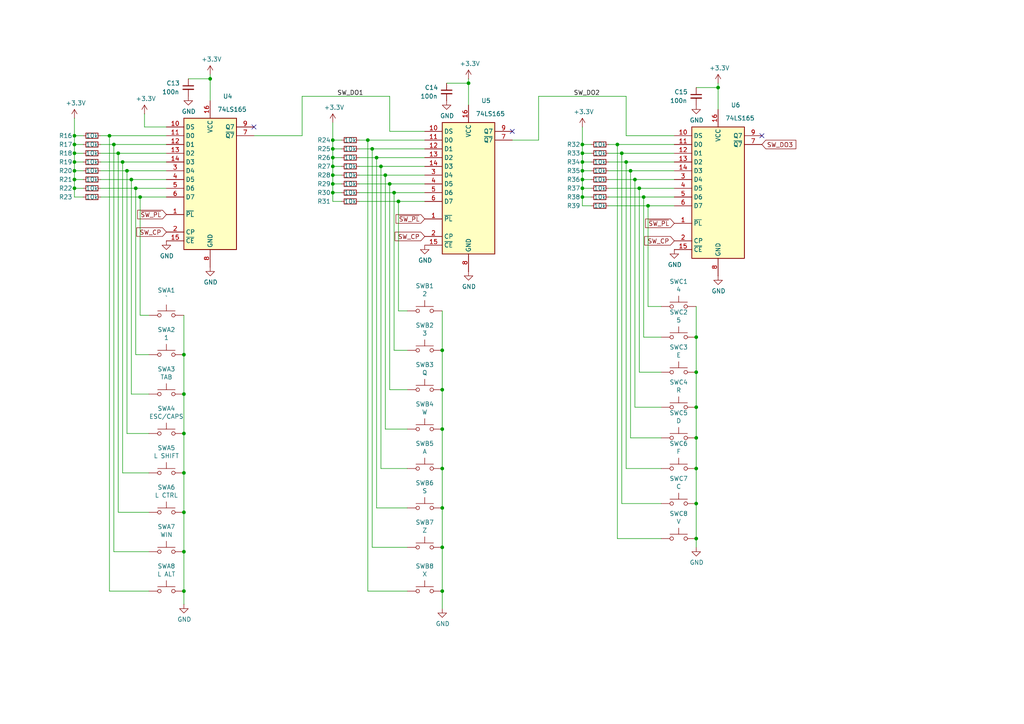
<source format=kicad_sch>
(kicad_sch (version 20250114) (generator "eeschema") (generator_version "9.0")
  (paper "A4")
  (title_block (title "67 Keyboard with Trackpoint") (date "2020-06-22") (rev "A") (company "DNBDMR"))
  (lib_symbols
    (symbol "74xx:74LS165"
      (property "Reference" "U" (at -7.62 19.05 0))
      (property "Value" "74LS165" (at -7.62 -21.59 0))
      (symbol "74LS165_1_0"
        (pin input line (at -12.7 15.24 0) (length 5.08) (name "DS") (number "10"))
        (pin input line (at -12.7 12.7 0) (length 5.08) (name "D0") (number "11"))
        (pin input line (at -12.7 10.16 0) (length 5.08) (name "D1") (number "12"))
        (pin input line (at -12.7 7.62 0) (length 5.08) (name "D2") (number "13"))
        (pin input line (at -12.7 5.08 0) (length 5.08) (name "D3") (number "14"))
        (pin input line (at -12.7 2.54 0) (length 5.08) (name "D4") (number "3"))
        (pin input line (at -12.7 0 0) (length 5.08) (name "D5") (number "4"))
        (pin input line (at -12.7 -2.54 0) (length 5.08) (name "D6") (number "5"))
        (pin input line (at -12.7 -5.08 0) (length 5.08) (name "D7") (number "6"))
        (pin input line (at -12.7 -10.16 0) (length 5.08) (name "~{PL}") (number "1"))
        (pin input line (at -12.7 -15.24 0) (length 5.08) (name "CP") (number "2"))
        (pin input line (at -12.7 -17.78 0) (length 5.08) (name "~{CE}") (number "15"))
        (pin power_in line (at 0 22.86 270) (length 5.08) (name "VCC") (number "16"))
        (pin power_in line (at 0 -25.4 90) (length 5.08) (name "GND") (number "8"))
        (pin output line (at 12.7 15.24 180) (length 5.08) (name "Q7") (number "9"))
        (pin output line (at 12.7 12.7 180) (length 5.08) (name "~{Q7}") (number "7"))
      )
      (symbol "74LS165_1_1"
        (rectangle (start -7.62 17.78) (end 7.62 -20.32) (stroke (width 0.254)) (fill (type background)))
      )
    )
    (symbol "Device:C_Small" (pin_numbers (hide yes)) (pin_names (offset 0.254) (hide yes))
      (property "Reference" "C" (at 0.254 1.778 0))
      (property "Value" "C_Small" (at 0.254 -2.032 0))
      (symbol "C_Small_0_1"
        (polyline (pts (xy -1.524 0.508) (xy 1.524 0.508)) (stroke (width 0.3048)))
        (polyline (pts (xy -1.524 -0.508) (xy 1.524 -0.508)) (stroke (width 0.3302)))
      )
      (symbol "C_Small_1_1"
        (pin passive line (at 0 2.54 270) (length 2.032) (name "~") (number "1"))
        (pin passive line (at 0 -2.54 90) (length 2.032) (name "~") (number "2"))
      )
    )
    (symbol "Device:R_Small" (pin_numbers (hide yes)) (pin_names (offset 0.254) (hide yes))
      (property "Reference" "R" (at 0 0 90))
      (property "Value" "R_Small" (at 1.778 0 90))
      (symbol "R_Small_0_1"
        (rectangle (start -0.762 1.778) (end 0.762 -1.778) (stroke (width 0.2032)))
      )
      (symbol "R_Small_1_1"
        (pin passive line (at 0 2.54 270) (length 0.762) (name "~") (number "1"))
        (pin passive line (at 0 -2.54 90) (length 0.762) (name "~") (number "2"))
      )
    )
    (symbol "Switch:SW_Push" (pin_numbers (hide yes)) (pin_names (offset 1.016) (hide yes))
      (property "Reference" "SW" (at 1.27 2.54 0))
      (property "Value" "SW_Push" (at 0 -1.524 0))
      (symbol "SW_Push_0_1"
        (circle (center -2.032 0) (radius 0.508))
        (polyline (pts (xy 0 1.27) (xy 0 3.048)))
        (circle (center 2.032 0) (radius 0.508))
        (polyline (pts (xy 2.54 1.27) (xy -2.54 1.27)))
        (pin passive line (at -5.08 0 0) (length 2.54) (name "1") (number "1"))
        (pin passive line (at 5.08 0 180) (length 2.54) (name "2") (number "2"))
      )
    )
    (symbol "power:+3.3V" (power) (pin_numbers (hide yes)) (pin_names (offset 0) (hide yes))
      (property "Value" "+3.3V" (at 0 3.556 0))
      (symbol "+3.3V_0_1"
        (polyline (pts (xy -0.762 1.27) (xy 0 2.54)))
        (polyline (pts (xy 0 2.54) (xy 0.762 1.27)))
        (polyline (pts (xy 0 0) (xy 0 2.54)))
      )
      (symbol "+3.3V_1_1"
        (pin power_in line (at 0 0 90) (length 0) (name "~") (number "1"))
      )
    )
    (symbol "power:GND" (power) (pin_numbers (hide yes)) (pin_names (offset 0) (hide yes))
      (property "Value" "GND" (at 0 -3.81 0))
      (symbol "GND_0_1"
        (polyline (pts (xy 0 0) (xy 0 -1.27) (xy 1.27 -1.27) (xy 0 -2.54) (xy -1.27 -1.27) (xy 0 -1.27)))
      )
      (symbol "GND_1_1"
        (pin power_in line (at 0 0 270) (length 0) (name "~") (number "1"))
      )
    )
  )
  (junction (at 33.02 41.91))
  (junction (at 96.52 53.34))
  (junction (at 128.27 124.46))
  (junction (at 53.34 171.45))
  (junction (at 128.27 135.89))
  (junction (at 96.52 50.8))
  (junction (at 201.93 107.95))
  (junction (at 21.59 41.91))
  (junction (at 35.56 46.99))
  (junction (at 201.93 146.05))
  (junction (at 113.03 53.34))
  (junction (at 21.59 46.99))
  (junction (at 182.88 49.53))
  (junction (at 36.83 49.53))
  (junction (at 111.76 50.8))
  (junction (at 168.91 52.07))
  (junction (at 201.93 97.79))
  (junction (at 181.61 46.99))
  (junction (at 128.27 113.03))
  (junction (at 53.34 114.3))
  (junction (at 168.91 41.91))
  (junction (at 60.96 22.86))
  (junction (at 115.57 58.42))
  (junction (at 21.59 54.61))
  (junction (at 39.37 54.61))
  (junction (at 168.91 46.99))
  (junction (at 201.93 118.11))
  (junction (at 109.22 45.72))
  (junction (at 168.91 44.45))
  (junction (at 21.59 52.07))
  (junction (at 184.15 52.07))
  (junction (at 168.91 57.15))
  (junction (at 21.59 39.37))
  (junction (at 53.34 148.59))
  (junction (at 110.49 48.26))
  (junction (at 186.69 57.15))
  (junction (at 106.68 40.64))
  (junction (at 128.27 171.45))
  (junction (at 135.89 24.13))
  (junction (at 53.34 137.16))
  (junction (at 96.52 45.72))
  (junction (at 179.07 41.91))
  (junction (at 21.59 49.53))
  (junction (at 34.29 44.45))
  (junction (at 128.27 101.6))
  (junction (at 96.52 48.26))
  (junction (at 38.1 52.07))
  (junction (at 185.42 54.61))
  (junction (at 128.27 158.75))
  (junction (at 168.91 54.61))
  (junction (at 31.75 39.37))
  (junction (at 96.52 43.18))
  (junction (at 96.52 55.88))
  (junction (at 107.95 43.18))
  (junction (at 201.93 156.21))
  (junction (at 208.28 25.4))
  (junction (at 53.34 160.02))
  (junction (at 180.34 44.45))
  (junction (at 53.34 102.87))
  (junction (at 187.96 59.69))
  (junction (at 53.34 125.73))
  (junction (at 201.93 127))
  (junction (at 168.91 49.53))
  (junction (at 21.59 44.45))
  (junction (at 114.3 55.88))
  (junction (at 40.64 57.15))
  (junction (at 201.93 135.89))
  (junction (at 96.52 40.64))
  (junction (at 128.27 147.32))
  (no_connect (at 220.98 39.37))
  (no_connect (at 148.59 38.1))
  (no_connect (at 73.66 36.83))
  (wire (pts (xy 60.96 21.59) (xy 60.96 22.86)))
  (wire (pts (xy 168.91 36.83) (xy 168.91 41.91)))
  (wire (pts (xy 128.27 171.45) (xy 128.27 158.75)))
  (wire (pts (xy 156.21 27.94) (xy 181.61 27.94)))
  (wire (pts (xy 176.53 46.99) (xy 181.61 46.99)))
  (wire (pts (xy 182.88 127) (xy 182.88 49.53)))
  (wire (pts (xy 53.34 102.87) (xy 53.34 91.44)))
  (wire (pts (xy 191.77 118.11) (xy 184.15 118.11)))
  (wire (pts (xy 201.93 25.4) (xy 208.28 25.4)))
  (wire (pts (xy 99.06 48.26) (xy 96.52 48.26)))
  (wire (pts (xy 24.13 54.61) (xy 21.59 54.61)))
  (wire (pts (xy 104.14 48.26) (xy 110.49 48.26)))
  (wire (pts (xy 176.53 59.69) (xy 187.96 59.69)))
  (wire (pts (xy 115.57 58.42) (xy 123.19 58.42)))
  (wire (pts (xy 128.27 113.03) (xy 128.27 101.6)))
  (wire (pts (xy 24.13 39.37) (xy 21.59 39.37)))
  (wire (pts (xy 39.37 54.61) (xy 48.26 54.61)))
  (wire (pts (xy 191.77 135.89) (xy 181.61 135.89)))
  (wire (pts (xy 33.02 41.91) (xy 48.26 41.91)))
  (wire (pts (xy 181.61 135.89) (xy 181.61 46.99)))
  (wire (pts (xy 191.77 97.79) (xy 186.69 97.79)))
  (wire (pts (xy 43.18 102.87) (xy 39.37 102.87)))
  (wire (pts (xy 24.13 52.07) (xy 21.59 52.07)))
  (wire (pts (xy 171.45 49.53) (xy 168.91 49.53)))
  (wire (pts (xy 24.13 44.45) (xy 21.59 44.45)))
  (wire (pts (xy 113.03 38.1) (xy 123.19 38.1)))
  (wire (pts (xy 181.61 39.37) (xy 195.58 39.37)))
  (wire (pts (xy 186.69 57.15) (xy 195.58 57.15)))
  (wire (pts (xy 24.13 41.91) (xy 21.59 41.91)))
  (wire (pts (xy 176.53 44.45) (xy 180.34 44.45)))
  (wire (pts (xy 201.93 97.79) (xy 201.93 88.9)))
  (wire (pts (xy 118.11 124.46) (xy 111.76 124.46)))
  (wire (pts (xy 171.45 41.91) (xy 168.91 41.91)))
  (wire (pts (xy 99.06 53.34) (xy 96.52 53.34)))
  (wire (pts (xy 96.52 35.56) (xy 96.52 40.64)))
  (wire (pts (xy 128.27 135.89) (xy 128.27 124.46)))
  (wire (pts (xy 43.18 160.02) (xy 33.02 160.02)))
  (wire (pts (xy 87.63 39.37) (xy 87.63 27.94)))
  (wire (pts (xy 171.45 46.99) (xy 168.91 46.99)))
  (wire (pts (xy 185.42 54.61) (xy 195.58 54.61)))
  (wire (pts (xy 104.14 43.18) (xy 107.95 43.18)))
  (wire (pts (xy 29.21 57.15) (xy 40.64 57.15)))
  (wire (pts (xy 111.76 124.46) (xy 111.76 50.8)))
  (wire (pts (xy 38.1 114.3) (xy 38.1 52.07)))
  (wire (pts (xy 208.28 25.4) (xy 208.28 31.75)))
  (wire (pts (xy 201.93 118.11) (xy 201.93 107.95)))
  (wire (pts (xy 104.14 53.34) (xy 113.03 53.34)))
  (wire (pts (xy 191.77 156.21) (xy 179.07 156.21)))
  (wire (pts (xy 201.93 158.75) (xy 201.93 156.21)))
  (wire (pts (xy 118.11 101.6) (xy 114.3 101.6)))
  (wire (pts (xy 128.27 176.53) (xy 128.27 171.45)))
  (wire (pts (xy 29.21 49.53) (xy 36.83 49.53)))
  (wire (pts (xy 118.11 158.75) (xy 107.95 158.75)))
  (wire (pts (xy 104.14 40.64) (xy 106.68 40.64)))
  (wire (pts (xy 118.11 113.03) (xy 113.03 113.03)))
  (wire (pts (xy 38.1 52.07) (xy 48.26 52.07)))
  (wire (pts (xy 176.53 49.53) (xy 182.88 49.53)))
  (wire (pts (xy 128.27 101.6) (xy 128.27 90.17)))
  (wire (pts (xy 43.18 148.59) (xy 34.29 148.59)))
  (wire (pts (xy 34.29 44.45) (xy 48.26 44.45)))
  (wire (pts (xy 53.34 125.73) (xy 53.34 114.3)))
  (wire (pts (xy 96.52 50.8) (xy 96.52 53.34)))
  (wire (pts (xy 111.76 50.8) (xy 123.19 50.8)))
  (wire (pts (xy 168.91 52.07) (xy 168.91 54.61)))
  (wire (pts (xy 21.59 57.15) (xy 24.13 57.15)))
  (wire (pts (xy 31.75 171.45) (xy 31.75 39.37)))
  (wire (pts (xy 96.52 45.72) (xy 96.52 48.26)))
  (wire (pts (xy 29.21 41.91) (xy 33.02 41.91)))
  (wire (pts (xy 96.52 55.88) (xy 96.52 58.42)))
  (wire (pts (xy 201.93 127) (xy 201.93 118.11)))
  (wire (pts (xy 43.18 91.44) (xy 40.64 91.44)))
  (wire (pts (xy 168.91 46.99) (xy 168.91 49.53)))
  (wire (pts (xy 118.11 171.45) (xy 106.68 171.45)))
  (wire (pts (xy 43.18 137.16) (xy 35.56 137.16)))
  (wire (pts (xy 201.93 107.95) (xy 201.93 97.79)))
  (wire (pts (xy 114.3 101.6) (xy 114.3 55.88)))
  (wire (pts (xy 187.96 88.9) (xy 187.96 59.69)))
  (wire (pts (xy 31.75 39.37) (xy 48.26 39.37)))
  (wire (pts (xy 96.52 53.34) (xy 96.52 55.88)))
  (wire (pts (xy 99.06 50.8) (xy 96.52 50.8)))
  (wire (pts (xy 106.68 171.45) (xy 106.68 40.64)))
  (wire (pts (xy 171.45 52.07) (xy 168.91 52.07)))
  (wire (pts (xy 184.15 52.07) (xy 195.58 52.07)))
  (wire (pts (xy 156.21 27.94) (xy 156.21 40.64)))
  (wire (pts (xy 179.07 41.91) (xy 195.58 41.91)))
  (wire (pts (xy 113.03 53.34) (xy 123.19 53.34)))
  (wire (pts (xy 191.77 88.9) (xy 187.96 88.9)))
  (wire (pts (xy 104.14 58.42) (xy 115.57 58.42)))
  (wire (pts (xy 156.21 40.64) (xy 148.59 40.64)))
  (wire (pts (xy 168.91 57.15) (xy 168.91 59.69)))
  (wire (pts (xy 201.93 146.05) (xy 201.93 135.89)))
  (wire (pts (xy 128.27 147.32) (xy 128.27 135.89)))
  (wire (pts (xy 171.45 54.61) (xy 168.91 54.61)))
  (wire (pts (xy 187.96 59.69) (xy 195.58 59.69)))
  (wire (pts (xy 40.64 57.15) (xy 48.26 57.15)))
  (wire (pts (xy 191.77 146.05) (xy 180.34 146.05)))
  (wire (pts (xy 109.22 147.32) (xy 109.22 45.72)))
  (wire (pts (xy 21.59 34.29) (xy 21.59 39.37)))
  (wire (pts (xy 114.3 55.88) (xy 123.19 55.88)))
  (wire (pts (xy 104.14 45.72) (xy 109.22 45.72)))
  (wire (pts (xy 41.91 36.83) (xy 41.91 33.02)))
  (wire (pts (xy 53.34 171.45) (xy 53.34 160.02)))
  (wire (pts (xy 107.95 158.75) (xy 107.95 43.18)))
  (wire (pts (xy 168.91 59.69) (xy 171.45 59.69)))
  (wire (pts (xy 110.49 135.89) (xy 110.49 48.26)))
  (wire (pts (xy 180.34 44.45) (xy 195.58 44.45)))
  (wire (pts (xy 107.95 43.18) (xy 123.19 43.18)))
  (wire (pts (xy 110.49 48.26) (xy 123.19 48.26)))
  (wire (pts (xy 109.22 45.72) (xy 123.19 45.72)))
  (wire (pts (xy 29.21 46.99) (xy 35.56 46.99)))
  (wire (pts (xy 36.83 125.73) (xy 36.83 49.53)))
  (wire (pts (xy 73.66 39.37) (xy 87.63 39.37)))
  (wire (pts (xy 96.52 43.18) (xy 96.52 45.72)))
  (wire (pts (xy 180.34 146.05) (xy 180.34 44.45)))
  (wire (pts (xy 96.52 58.42) (xy 99.06 58.42)))
  (wire (pts (xy 40.64 91.44) (xy 40.64 57.15)))
  (wire (pts (xy 118.11 90.17) (xy 115.57 90.17)))
  (wire (pts (xy 21.59 49.53) (xy 21.59 52.07)))
  (wire (pts (xy 60.96 22.86) (xy 60.96 29.21)))
  (wire (pts (xy 99.06 55.88) (xy 96.52 55.88)))
  (wire (pts (xy 54.61 22.86) (xy 60.96 22.86)))
  (wire (pts (xy 21.59 52.07) (xy 21.59 54.61)))
  (wire (pts (xy 168.91 49.53) (xy 168.91 52.07)))
  (wire (pts (xy 24.13 49.53) (xy 21.59 49.53)))
  (wire (pts (xy 201.93 135.89) (xy 201.93 127)))
  (wire (pts (xy 184.15 118.11) (xy 184.15 52.07)))
  (wire (pts (xy 43.18 125.73) (xy 36.83 125.73)))
  (wire (pts (xy 171.45 44.45) (xy 168.91 44.45)))
  (wire (pts (xy 106.68 40.64) (xy 123.19 40.64)))
  (wire (pts (xy 181.61 46.99) (xy 195.58 46.99)))
  (wire (pts (xy 115.57 90.17) (xy 115.57 58.42)))
  (wire (pts (xy 186.69 97.79) (xy 186.69 57.15)))
  (wire (pts (xy 29.21 39.37) (xy 31.75 39.37)))
  (wire (pts (xy 43.18 171.45) (xy 31.75 171.45)))
  (wire (pts (xy 176.53 57.15) (xy 186.69 57.15)))
  (wire (pts (xy 104.14 55.88) (xy 114.3 55.88)))
  (wire (pts (xy 168.91 41.91) (xy 168.91 44.45)))
  (wire (pts (xy 53.34 137.16) (xy 53.34 125.73)))
  (wire (pts (xy 179.07 156.21) (xy 179.07 41.91)))
  (wire (pts (xy 29.21 44.45) (xy 34.29 44.45)))
  (wire (pts (xy 201.93 156.21) (xy 201.93 146.05)))
  (wire (pts (xy 171.45 57.15) (xy 168.91 57.15)))
  (wire (pts (xy 29.21 52.07) (xy 38.1 52.07)))
  (wire (pts (xy 113.03 113.03) (xy 113.03 53.34)))
  (wire (pts (xy 33.02 160.02) (xy 33.02 41.91)))
  (wire (pts (xy 39.37 102.87) (xy 39.37 54.61)))
  (wire (pts (xy 36.83 49.53) (xy 48.26 49.53)))
  (wire (pts (xy 185.42 107.95) (xy 185.42 54.61)))
  (wire (pts (xy 135.89 22.86) (xy 135.89 24.13)))
  (wire (pts (xy 53.34 148.59) (xy 53.34 137.16)))
  (wire (pts (xy 168.91 54.61) (xy 168.91 57.15)))
  (wire (pts (xy 191.77 107.95) (xy 185.42 107.95)))
  (wire (pts (xy 21.59 41.91) (xy 21.59 44.45)))
  (wire (pts (xy 191.77 127) (xy 182.88 127)))
  (wire (pts (xy 176.53 52.07) (xy 184.15 52.07)))
  (wire (pts (xy 29.21 54.61) (xy 39.37 54.61)))
  (wire (pts (xy 21.59 46.99) (xy 21.59 49.53)))
  (wire (pts (xy 99.06 40.64) (xy 96.52 40.64)))
  (wire (pts (xy 96.52 48.26) (xy 96.52 50.8)))
  (wire (pts (xy 118.11 147.32) (xy 109.22 147.32)))
  (wire (pts (xy 35.56 137.16) (xy 35.56 46.99)))
  (wire (pts (xy 135.89 24.13) (xy 135.89 30.48)))
  (wire (pts (xy 87.63 27.94) (xy 113.03 27.94)))
  (wire (pts (xy 181.61 27.94) (xy 181.61 39.37)))
  (wire (pts (xy 128.27 158.75) (xy 128.27 147.32)))
  (wire (pts (xy 35.56 46.99) (xy 48.26 46.99)))
  (wire (pts (xy 104.14 50.8) (xy 111.76 50.8)))
  (wire (pts (xy 21.59 54.61) (xy 21.59 57.15)))
  (wire (pts (xy 53.34 114.3) (xy 53.34 102.87)))
  (wire (pts (xy 24.13 46.99) (xy 21.59 46.99)))
  (wire (pts (xy 168.91 44.45) (xy 168.91 46.99)))
  (wire (pts (xy 21.59 39.37) (xy 21.59 41.91)))
  (wire (pts (xy 53.34 160.02) (xy 53.34 148.59)))
  (wire (pts (xy 99.06 45.72) (xy 96.52 45.72)))
  (wire (pts (xy 53.34 175.26) (xy 53.34 171.45)))
  (wire (pts (xy 208.28 24.13) (xy 208.28 25.4)))
  (wire (pts (xy 113.03 27.94) (xy 113.03 38.1)))
  (wire (pts (xy 182.88 49.53) (xy 195.58 49.53)))
  (wire (pts (xy 128.27 124.46) (xy 128.27 113.03)))
  (wire (pts (xy 96.52 40.64) (xy 96.52 43.18)))
  (wire (pts (xy 48.26 36.83) (xy 41.91 36.83)))
  (wire (pts (xy 176.53 41.91) (xy 179.07 41.91)))
  (wire (pts (xy 118.11 135.89) (xy 110.49 135.89)))
  (wire (pts (xy 129.54 24.13) (xy 135.89 24.13)))
  (wire (pts (xy 21.59 44.45) (xy 21.59 46.99)))
  (wire (pts (xy 43.18 114.3) (xy 38.1 114.3)))
  (wire (pts (xy 34.29 148.59) (xy 34.29 44.45)))
  (wire (pts (xy 176.53 54.61) (xy 185.42 54.61)))
  (wire (pts (xy 99.06 43.18) (xy 96.52 43.18)))
  (label "SW_DO1" (at 97.79 27.94 0))
  (label "SW_DO2" (at 166.37 27.94 0))
  (global_label "SW_CP" (shape input) (at 123.19 68.58 180) (property "Intersheetrefs" "${INTERSHEET_REFS}" (effects (hide yes))))
  (global_label "~{SW_PL}" (shape input) (at 123.19 63.5 180) (property "Intersheetrefs" "${INTERSHEET_REFS}" (effects (hide yes))))
  (global_label "SW_CP" (shape input) (at 48.26 67.31 180) (property "Intersheetrefs" "${INTERSHEET_REFS}" (effects (hide yes))))
  (global_label "SW_DO3" (shape input) (at 220.98 41.91 0) (property "Intersheetrefs" "${INTERSHEET_REFS}" (effects (hide yes))))
  (global_label "SW_CP" (shape input) (at 195.58 69.85 180) (property "Intersheetrefs" "${INTERSHEET_REFS}" (effects (hide yes))))
  (global_label "~{SW_PL}" (shape input) (at 48.26 62.23 180) (property "Intersheetrefs" "${INTERSHEET_REFS}" (effects (hide yes))))
  (global_label "~{SW_PL}" (shape input) (at 195.58 64.77 180) (property "Intersheetrefs" "${INTERSHEET_REFS}" (effects (hide yes))))
  (symbol (lib_id "power:+3.3V") (at 41.91 33.02 0) (unit 1)
    (property "Reference" "#PWR0113" (effects (hide yes)))
    (property "Value" "+3.3V" (at 42.291 28.6258 0))
  )
  (symbol (lib_id "74xx:74LS165") (at 60.96 52.07 0) (unit 1)
    (property "Reference" "U4" (at 66.04 27.94 0))
    (property "Value" "74LS165" (at 67.31 31.75 0))
    (property "Footprint" "Package_SO:TSSOP-16_4.4x5mm_P0.65mm" (effects (hide yes)))
    (property "Datasheet" "http://www.ti.com/lit/gpn/sn74LS165" (effects (hide yes)))
  )
  (symbol (lib_id "Switch:SW_Push") (at 48.26 91.44 0) (unit 1)
    (property "Reference" "SWA1" (at 48.26 84.201 0))
    (property "Value" "`" (at 48.26 86.5124 0))
    (property "Footprint" "Button_Switch_Keyboard:SW_Cherry_MX_1.00u_PCB" (effects (hide yes)))
  )
  (symbol (lib_id "Switch:SW_Push") (at 48.26 102.87 0) (unit 1)
    (property "Reference" "SWA2" (at 48.26 95.631 0))
    (property "Value" "1" (at 48.26 97.9424 0))
    (property "Footprint" "Button_Switch_Keyboard:SW_Cherry_MX_1.00u_PCB" (effects (hide yes)))
  )
  (symbol (lib_id "Switch:SW_Push") (at 123.19 90.17 0) (unit 1)
    (property "Reference" "SWB1" (at 123.19 82.931 0))
    (property "Value" "2" (at 123.19 85.2424 0))
    (property "Footprint" "Button_Switch_Keyboard:SW_Cherry_MX_1.00u_PCB" (effects (hide yes)))
  )
  (symbol (lib_id "Switch:SW_Push") (at 123.19 101.6 0) (unit 1)
    (property "Reference" "SWB2" (at 123.19 94.361 0))
    (property "Value" "3" (at 123.19 96.6724 0))
    (property "Footprint" "Button_Switch_Keyboard:SW_Cherry_MX_1.00u_PCB" (effects (hide yes)))
  )
  (symbol (lib_id "Switch:SW_Push") (at 196.85 88.9 0) (unit 1)
    (property "Reference" "SWC1" (at 196.85 81.661 0))
    (property "Value" "4" (at 196.85 83.9724 0))
    (property "Footprint" "Button_Switch_Keyboard:SW_Cherry_MX_1.00u_PCB" (effects (hide yes)))
  )
  (symbol (lib_id "Switch:SW_Push") (at 196.85 97.79 0) (unit 1)
    (property "Reference" "SWC2" (at 196.85 90.551 0))
    (property "Value" "5" (at 196.85 92.8624 0))
    (property "Footprint" "Button_Switch_Keyboard:SW_Cherry_MX_1.00u_PCB" (effects (hide yes)))
  )
  (symbol (lib_id "Switch:SW_Push") (at 48.26 114.3 0) (unit 1)
    (property "Reference" "SWA3" (at 48.26 107.061 0))
    (property "Value" "TAB" (at 48.26 109.3724 0))
    (property "Footprint" "Button_Switch_Keyboard:SW_Cherry_MX_1.50u_PCB" (effects (hide yes)))
  )
  (symbol (lib_id "Switch:SW_Push") (at 123.19 113.03 0) (unit 1)
    (property "Reference" "SWB3" (at 123.19 105.791 0))
    (property "Value" "Q" (at 123.19 108.1024 0))
    (property "Footprint" "Button_Switch_Keyboard:SW_Cherry_MX_1.00u_PCB" (effects (hide yes)))
  )
  (symbol (lib_id "Switch:SW_Push") (at 123.19 124.46 0) (unit 1)
    (property "Reference" "SWB4" (at 123.19 117.221 0))
    (property "Value" "W" (at 123.19 119.5324 0))
    (property "Footprint" "Button_Switch_Keyboard:SW_Cherry_MX_1.00u_PCB" (effects (hide yes)))
  )
  (symbol (lib_id "Switch:SW_Push") (at 48.26 125.73 0) (unit 1)
    (property "Reference" "SWA4" (at 48.26 118.491 0))
    (property "Value" "ESC/CAPS" (at 48.26 120.8024 0))
    (property "Footprint" "Button_Switch_Keyboard:SW_Cherry_MX_1.75u_PCB" (effects (hide yes)))
  )
  (symbol (lib_id "Switch:SW_Push") (at 196.85 127 0) (unit 1)
    (property "Reference" "SWC5" (at 196.85 119.761 0))
    (property "Value" "D" (at 196.85 122.0724 0))
    (property "Footprint" "Button_Switch_Keyboard:SW_Cherry_MX_1.00u_PCB" (effects (hide yes)))
  )
  (symbol (lib_id "Switch:SW_Push") (at 196.85 135.89 0) (unit 1)
    (property "Reference" "SWC6" (at 196.85 128.651 0))
    (property "Value" "F" (at 196.85 130.9624 0))
    (property "Footprint" "Button_Switch_Keyboard:SW_Cherry_MX_1.00u_PCB" (effects (hide yes)))
  )
  (symbol (lib_id "Device:R_Small") (at 26.67 39.37 270) (unit 1)
    (property "Reference" "R16" (at 19.05 39.37 90))
    (property "Value" "10k" (at 26.67 39.37 90))
    (property "Footprint" "Resistor_SMD:R_0603_1608Metric_Pad1.05x0.95mm_HandSolder" (effects (hide yes)))
  )
  (symbol (lib_id "Device:R_Small") (at 26.67 49.53 270) (unit 1)
    (property "Reference" "R20" (at 19.05 49.53 90))
    (property "Value" "10k" (at 26.67 49.53 90))
    (property "Footprint" "Resistor_SMD:R_0603_1608Metric_Pad1.05x0.95mm_HandSolder" (effects (hide yes)))
  )
  (symbol (lib_id "Device:R_Small") (at 26.67 52.07 270) (unit 1)
    (property "Reference" "R21" (at 19.05 52.07 90))
    (property "Value" "10k" (at 26.67 52.07 90))
    (property "Footprint" "Resistor_SMD:R_0603_1608Metric_Pad1.05x0.95mm_HandSolder" (effects (hide yes)))
  )
  (symbol (lib_id "Device:R_Small") (at 26.67 54.61 270) (unit 1)
    (property "Reference" "R22" (at 19.05 54.61 90))
    (property "Value" "10k" (at 26.67 54.61 90))
    (property "Footprint" "Resistor_SMD:R_0603_1608Metric_Pad1.05x0.95mm_HandSolder" (effects (hide yes)))
  )
  (symbol (lib_id "Device:R_Small") (at 26.67 57.15 270) (unit 1)
    (property "Reference" "R23" (at 19.05 57.15 90))
    (property "Value" "10k" (at 26.67 57.15 90))
    (property "Footprint" "Resistor_SMD:R_0603_1608Metric_Pad1.05x0.95mm_HandSolder" (effects (hide yes)))
  )
  (symbol (lib_id "power:GND") (at 48.26 69.85 0) (unit 1)
    (property "Reference" "#PWR052" (effects (hide yes)))
    (property "Value" "GND" (at 48.387 74.2442 0))
  )
  (symbol (lib_id "power:GND") (at 60.96 77.47 0) (unit 1)
    (property "Reference" "#PWR056" (effects (hide yes)))
    (property "Value" "GND" (at 61.087 81.8642 0))
  )
  (symbol (lib_id "power:+3.3V") (at 60.96 21.59 0) (unit 1)
    (property "Reference" "#PWR055" (effects (hide yes)))
    (property "Value" "+3.3V" (at 61.341 17.1958 0))
  )
  (symbol (lib_id "power:+3.3V") (at 21.59 34.29 0) (unit 1)
    (property "Reference" "#PWR051" (effects (hide yes)))
    (property "Value" "+3.3V" (at 21.971 29.8958 0))
  )
  (symbol (lib_id "Switch:SW_Push") (at 48.26 160.02 0) (unit 1)
    (property "Reference" "SWA7" (at 48.26 152.781 0))
    (property "Value" "WIN" (at 48.26 155.0924 0))
    (property "Footprint" "Button_Switch_Keyboard:SW_Cherry_MX_1.25u_PCB" (effects (hide yes)))
  )
  (symbol (lib_id "Switch:SW_Push") (at 48.26 171.45 0) (unit 1)
    (property "Reference" "SWA8" (at 48.26 164.211 0))
    (property "Value" "L ALT" (at 48.26 166.5224 0))
    (property "Footprint" "Button_Switch_Keyboard:SW_Cherry_MX_1.25u_PCB" (effects (hide yes)))
  )
  (symbol (lib_id "Switch:SW_Push") (at 196.85 107.95 0) (unit 1)
    (property "Reference" "SWC3" (at 196.85 100.711 0))
    (property "Value" "E" (at 196.85 103.0224 0))
    (property "Footprint" "Button_Switch_Keyboard:SW_Cherry_MX_1.00u_PCB" (effects (hide yes)))
  )
  (symbol (lib_id "Switch:SW_Push") (at 196.85 118.11 0) (unit 1)
    (property "Reference" "SWC4" (at 196.85 110.871 0))
    (property "Value" "R" (at 196.85 113.1824 0))
    (property "Footprint" "Button_Switch_Keyboard:SW_Cherry_MX_1.00u_PCB" (effects (hide yes)))
  )
  (symbol (lib_id "Switch:SW_Push") (at 123.19 135.89 0) (unit 1)
    (property "Reference" "SWB5" (at 123.19 128.651 0))
    (property "Value" "A" (at 123.19 130.9624 0))
    (property "Footprint" "Button_Switch_Keyboard:SW_Cherry_MX_1.00u_PCB" (effects (hide yes)))
  )
  (symbol (lib_id "Switch:SW_Push") (at 123.19 147.32 0) (unit 1)
    (property "Reference" "SWB6" (at 123.19 140.081 0))
    (property "Value" "S" (at 123.19 142.3924 0))
    (property "Footprint" "Button_Switch_Keyboard:SW_Cherry_MX_1.00u_PCB" (effects (hide yes)))
  )
  (symbol (lib_id "Device:R_Small") (at 26.67 41.91 270) (unit 1)
    (property "Reference" "R17" (at 19.05 41.91 90))
    (property "Value" "10k" (at 26.67 41.91 90))
    (property "Footprint" "Resistor_SMD:R_0603_1608Metric_Pad1.05x0.95mm_HandSolder" (effects (hide yes)))
  )
  (symbol (lib_id "Device:R_Small") (at 26.67 44.45 270) (unit 1)
    (property "Reference" "R18" (at 19.05 44.45 90))
    (property "Value" "10k" (at 26.67 44.45 90))
    (property "Footprint" "Resistor_SMD:R_0603_1608Metric_Pad1.05x0.95mm_HandSolder" (effects (hide yes)))
  )
  (symbol (lib_id "Device:R_Small") (at 26.67 46.99 270) (unit 1)
    (property "Reference" "R19" (at 19.05 46.99 90))
    (property "Value" "10k" (at 26.67 46.99 90))
    (property "Footprint" "Resistor_SMD:R_0603_1608Metric_Pad1.05x0.95mm_HandSolder" (effects (hide yes)))
  )
  (symbol (lib_id "Device:C_Small") (at 54.61 25.4 0) (unit 1)
    (property "Reference" "C13" (at 48.26 24.13 0) (effects (justify left)))
    (property "Value" "100n" (at 46.99 26.67 0) (effects (justify left)))
    (property "Footprint" "Capacitor_SMD:C_0603_1608Metric_Pad1.05x0.95mm_HandSolder" (effects (hide yes)))
  )
  (symbol (lib_id "power:GND") (at 54.61 27.94 0) (unit 1)
    (property "Reference" "#PWR054" (effects (hide yes)))
    (property "Value" "GND" (at 54.737 32.3342 0))
  )
  (symbol (lib_id "Switch:SW_Push") (at 48.26 137.16 0) (unit 1)
    (property "Reference" "SWA5" (at 48.26 129.921 0))
    (property "Value" "L SHIFT" (at 48.26 132.2324 0))
    (property "Footprint" "Button_Switch_Keyboard:SW_Cherry_MX_2.25u_PCB" (effects (hide yes)))
  )
  (symbol (lib_id "Switch:SW_Push") (at 123.19 158.75 0) (unit 1)
    (property "Reference" "SWB7" (at 123.19 151.511 0))
    (property "Value" "Z" (at 123.19 153.8224 0))
    (property "Footprint" "Button_Switch_Keyboard:SW_Cherry_MX_1.00u_PCB" (effects (hide yes)))
  )
  (symbol (lib_id "Switch:SW_Push") (at 123.19 171.45 0) (unit 1)
    (property "Reference" "SWB8" (at 123.19 164.211 0))
    (property "Value" "X" (at 123.19 166.5224 0))
    (property "Footprint" "Button_Switch_Keyboard:SW_Cherry_MX_1.00u_PCB" (effects (hide yes)))
  )
  (symbol (lib_id "Switch:SW_Push") (at 196.85 146.05 0) (unit 1)
    (property "Reference" "SWC7" (at 196.85 138.811 0))
    (property "Value" "C" (at 196.85 141.1224 0))
    (property "Footprint" "Button_Switch_Keyboard:SW_Cherry_MX_1.00u_PCB" (effects (hide yes)))
  )
  (symbol (lib_id "Switch:SW_Push") (at 196.85 156.21 0) (unit 1)
    (property "Reference" "SWC8" (at 196.85 148.971 0))
    (property "Value" "V" (at 196.85 151.2824 0))
    (property "Footprint" "Button_Switch_Keyboard:SW_Cherry_MX_1.00u_PCB" (effects (hide yes)))
  )
  (symbol (lib_id "Switch:SW_Push") (at 48.26 148.59 0) (unit 1)
    (property "Reference" "SWA6" (at 48.26 141.351 0))
    (property "Value" "L CTRL" (at 48.26 143.6624 0))
    (property "Footprint" "Button_Switch_Keyboard:SW_Cherry_MX_1.25u_PCB" (effects (hide yes)))
  )
  (symbol (lib_id "power:GND") (at 201.93 158.75 0) (unit 1)
    (property "Reference" "#PWR066" (effects (hide yes)))
    (property "Value" "GND" (at 202.057 163.1442 0))
  )
  (symbol (lib_id "power:GND") (at 128.27 176.53 0) (unit 1)
    (property "Reference" "#PWR059" (effects (hide yes)))
    (property "Value" "GND" (at 128.397 180.9242 0))
  )
  (symbol (lib_id "power:GND") (at 53.34 175.26 0) (unit 1)
    (property "Reference" "#PWR053" (effects (hide yes)))
    (property "Value" "GND" (at 53.467 179.6542 0))
  )
  (symbol (lib_id "74xx:74LS165") (at 135.89 53.34 0) (unit 1)
    (property "Reference" "U5" (at 140.97 29.21 0))
    (property "Value" "74LS165" (at 142.24 33.02 0))
    (property "Footprint" "Package_SO:TSSOP-16_4.4x5mm_P0.65mm" (effects (hide yes)))
    (property "Datasheet" "http://www.ti.com/lit/gpn/sn74LS165" (effects (hide yes)))
  )
  (symbol (lib_id "Device:R_Small") (at 101.6 40.64 270) (unit 1)
    (property "Reference" "R24" (at 93.98 40.64 90))
    (property "Value" "10k" (at 101.6 40.64 90))
    (property "Footprint" "Resistor_SMD:R_0603_1608Metric_Pad1.05x0.95mm_HandSolder" (effects (hide yes)))
  )
  (symbol (lib_id "Device:R_Small") (at 101.6 43.18 270) (unit 1)
    (property "Reference" "R25" (at 93.98 43.18 90))
    (property "Value" "10k" (at 101.6 43.18 90))
    (property "Footprint" "Resistor_SMD:R_0603_1608Metric_Pad1.05x0.95mm_HandSolder" (effects (hide yes)))
  )
  (symbol (lib_id "Device:R_Small") (at 101.6 45.72 270) (unit 1)
    (property "Reference" "R26" (at 93.98 45.72 90))
    (property "Value" "10k" (at 101.6 45.72 90))
    (property "Footprint" "Resistor_SMD:R_0603_1608Metric_Pad1.05x0.95mm_HandSolder" (effects (hide yes)))
  )
  (symbol (lib_id "Device:R_Small") (at 101.6 48.26 270) (unit 1)
    (property "Reference" "R27" (at 93.98 48.26 90))
    (property "Value" "10k" (at 101.6 48.26 90))
    (property "Footprint" "Resistor_SMD:R_0603_1608Metric_Pad1.05x0.95mm_HandSolder" (effects (hide yes)))
  )
  (symbol (lib_id "Device:R_Small") (at 101.6 50.8 270) (unit 1)
    (property "Reference" "R28" (at 93.98 50.8 90))
    (property "Value" "10k" (at 101.6 50.8 90))
    (property "Footprint" "Resistor_SMD:R_0603_1608Metric_Pad1.05x0.95mm_HandSolder" (effects (hide yes)))
  )
  (symbol (lib_id "Device:R_Small") (at 101.6 53.34 270) (unit 1)
    (property "Reference" "R29" (at 93.98 53.34 90))
    (property "Value" "10k" (at 101.6 53.34 90))
    (property "Footprint" "Resistor_SMD:R_0603_1608Metric_Pad1.05x0.95mm_HandSolder" (effects (hide yes)))
  )
  (symbol (lib_id "Device:R_Small") (at 101.6 55.88 270) (unit 1)
    (property "Reference" "R30" (at 93.98 55.88 90))
    (property "Value" "10k" (at 101.6 55.88 90))
    (property "Footprint" "Resistor_SMD:R_0603_1608Metric_Pad1.05x0.95mm_HandSolder" (effects (hide yes)))
  )
  (symbol (lib_id "Device:R_Small") (at 101.6 58.42 270) (unit 1)
    (property "Reference" "R31" (at 93.98 58.42 90))
    (property "Value" "10k" (at 101.6 58.42 90))
    (property "Footprint" "Resistor_SMD:R_0603_1608Metric_Pad1.05x0.95mm_HandSolder" (effects (hide yes)))
  )
  (symbol (lib_id "power:GND") (at 123.19 71.12 0) (unit 1)
    (property "Reference" "#PWR058" (effects (hide yes)))
    (property "Value" "GND" (at 123.317 75.5142 0))
  )
  (symbol (lib_id "power:GND") (at 135.89 78.74 0) (unit 1)
    (property "Reference" "#PWR062" (effects (hide yes)))
    (property "Value" "GND" (at 136.017 83.1342 0))
  )
  (symbol (lib_id "power:+3.3V") (at 135.89 22.86 0) (unit 1)
    (property "Reference" "#PWR061" (effects (hide yes)))
    (property "Value" "+3.3V" (at 136.271 18.4658 0))
  )
  (symbol (lib_id "Device:C_Small") (at 129.54 26.67 0) (unit 1)
    (property "Reference" "C14" (at 123.19 25.4 0) (effects (justify left)))
    (property "Value" "100n" (at 121.92 27.94 0) (effects (justify left)))
    (property "Footprint" "Capacitor_SMD:C_0603_1608Metric_Pad1.05x0.95mm_HandSolder" (effects (hide yes)))
  )
  (symbol (lib_id "power:GND") (at 129.54 29.21 0) (unit 1)
    (property "Reference" "#PWR060" (effects (hide yes)))
    (property "Value" "GND" (at 129.667 33.6042 0))
  )
  (symbol (lib_id "power:+3.3V") (at 96.52 35.56 0) (unit 1)
    (property "Reference" "#PWR057" (effects (hide yes)))
    (property "Value" "+3.3V" (at 96.901 31.1658 0))
  )
  (symbol (lib_id "74xx:74LS165") (at 208.28 54.61 0) (unit 1)
    (property "Reference" "U6" (at 213.36 30.48 0))
    (property "Value" "74LS165" (at 214.63 34.29 0))
    (property "Footprint" "Package_SO:TSSOP-16_4.4x5mm_P0.65mm" (effects (hide yes)))
    (property "Datasheet" "http://www.ti.com/lit/gpn/sn74LS165" (effects (hide yes)))
  )
  (symbol (lib_id "Device:R_Small") (at 173.99 41.91 270) (unit 1)
    (property "Reference" "R32" (at 166.37 41.91 90))
    (property "Value" "10k" (at 173.99 41.91 90))
    (property "Footprint" "Resistor_SMD:R_0603_1608Metric_Pad1.05x0.95mm_HandSolder" (effects (hide yes)))
  )
  (symbol (lib_id "Device:R_Small") (at 173.99 44.45 270) (unit 1)
    (property "Reference" "R33" (at 166.37 44.45 90))
    (property "Value" "10k" (at 173.99 44.45 90))
    (property "Footprint" "Resistor_SMD:R_0603_1608Metric_Pad1.05x0.95mm_HandSolder" (effects (hide yes)))
  )
  (symbol (lib_id "Device:R_Small") (at 173.99 46.99 270) (unit 1)
    (property "Reference" "R34" (at 166.37 46.99 90))
    (property "Value" "10k" (at 173.99 46.99 90))
    (property "Footprint" "Resistor_SMD:R_0603_1608Metric_Pad1.05x0.95mm_HandSolder" (effects (hide yes)))
  )
  (symbol (lib_id "Device:R_Small") (at 173.99 49.53 270) (unit 1)
    (property "Reference" "R35" (at 166.37 49.53 90))
    (property "Value" "10k" (at 173.99 49.53 90))
    (property "Footprint" "Resistor_SMD:R_0603_1608Metric_Pad1.05x0.95mm_HandSolder" (effects (hide yes)))
  )
  (symbol (lib_id "Device:R_Small") (at 173.99 52.07 270) (unit 1)
    (property "Reference" "R36" (at 166.37 52.07 90))
    (property "Value" "10k" (at 173.99 52.07 90))
    (property "Footprint" "Resistor_SMD:R_0603_1608Metric_Pad1.05x0.95mm_HandSolder" (effects (hide yes)))
  )
  (symbol (lib_id "Device:R_Small") (at 173.99 54.61 270) (unit 1)
    (property "Reference" "R37" (at 166.37 54.61 90))
    (property "Value" "10k" (at 173.99 54.61 90))
    (property "Footprint" "Resistor_SMD:R_0603_1608Metric_Pad1.05x0.95mm_HandSolder" (effects (hide yes)))
  )
  (symbol (lib_id "Device:R_Small") (at 173.99 57.15 270) (unit 1)
    (property "Reference" "R38" (at 166.37 57.15 90))
    (property "Value" "10k" (at 173.99 57.15 90))
    (property "Footprint" "Resistor_SMD:R_0603_1608Metric_Pad1.05x0.95mm_HandSolder" (effects (hide yes)))
  )
  (symbol (lib_id "Device:R_Small") (at 173.99 59.69 270) (unit 1)
    (property "Reference" "R39" (at 166.37 59.69 90))
    (property "Value" "10k" (at 173.99 59.69 90))
    (property "Footprint" "Resistor_SMD:R_0603_1608Metric_Pad1.05x0.95mm_HandSolder" (effects (hide yes)))
  )
  (symbol (lib_id "power:GND") (at 195.58 72.39 0) (unit 1)
    (property "Reference" "#PWR064" (effects (hide yes)))
    (property "Value" "GND" (at 195.707 76.7842 0))
  )
  (symbol (lib_id "power:GND") (at 208.28 80.01 0) (unit 1)
    (property "Reference" "#PWR068" (effects (hide yes)))
    (property "Value" "GND" (at 208.407 84.4042 0))
  )
  (symbol (lib_id "power:+3.3V") (at 208.28 24.13 0) (unit 1)
    (property "Reference" "#PWR067" (effects (hide yes)))
    (property "Value" "+3.3V" (at 208.661 19.7358 0))
  )
  (symbol (lib_id "Device:C_Small") (at 201.93 27.94 0) (unit 1)
    (property "Reference" "C15" (at 195.58 26.67 0) (effects (justify left)))
    (property "Value" "100n" (at 194.31 29.21 0) (effects (justify left)))
    (property "Footprint" "Capacitor_SMD:C_0603_1608Metric_Pad1.05x0.95mm_HandSolder" (effects (hide yes)))
  )
  (symbol (lib_id "power:GND") (at 201.93 30.48 0) (unit 1)
    (property "Reference" "#PWR065" (effects (hide yes)))
    (property "Value" "GND" (at 202.057 34.8742 0))
  )
  (symbol (lib_id "power:+3.3V") (at 168.91 36.83 0) (unit 1)
    (property "Reference" "#PWR063" (effects (hide yes)))
    (property "Value" "+3.3V" (at 169.291 32.4358 0))
  )
)
</source>
